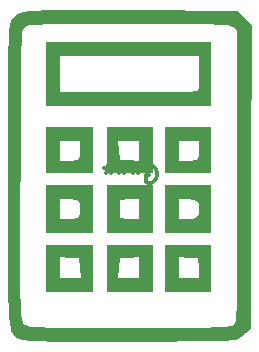
<source format=gbr>
%TF.GenerationSoftware,KiCad,Pcbnew,7.0.7*%
%TF.CreationDate,2023-10-16T17:48:26+02:00*%
%TF.ProjectId,cd4069-siren,63643430-3639-42d7-9369-72656e2e6b69,0*%
%TF.SameCoordinates,Original*%
%TF.FileFunction,Legend,Bot*%
%TF.FilePolarity,Positive*%
%FSLAX46Y46*%
G04 Gerber Fmt 4.6, Leading zero omitted, Abs format (unit mm)*
G04 Created by KiCad (PCBNEW 7.0.7) date 2023-10-16 17:48:26*
%MOMM*%
%LPD*%
G01*
G04 APERTURE LIST*
%ADD10C,0.300000*%
G04 APERTURE END LIST*
D10*
X107221427Y-67449757D02*
X107364285Y-67378328D01*
X107364285Y-67378328D02*
X107578570Y-67378328D01*
X107578570Y-67378328D02*
X107792856Y-67449757D01*
X107792856Y-67449757D02*
X107935713Y-67592614D01*
X107935713Y-67592614D02*
X108007142Y-67735471D01*
X108007142Y-67735471D02*
X108078570Y-68021185D01*
X108078570Y-68021185D02*
X108078570Y-68235471D01*
X108078570Y-68235471D02*
X108007142Y-68521185D01*
X108007142Y-68521185D02*
X107935713Y-68664042D01*
X107935713Y-68664042D02*
X107792856Y-68806900D01*
X107792856Y-68806900D02*
X107578570Y-68878328D01*
X107578570Y-68878328D02*
X107435713Y-68878328D01*
X107435713Y-68878328D02*
X107221427Y-68806900D01*
X107221427Y-68806900D02*
X107149999Y-68735471D01*
X107149999Y-68735471D02*
X107149999Y-68235471D01*
X107149999Y-68235471D02*
X107435713Y-68235471D01*
X106292856Y-67378328D02*
X106292856Y-67735471D01*
X106649999Y-67592614D02*
X106292856Y-67735471D01*
X106292856Y-67735471D02*
X105935713Y-67592614D01*
X106507142Y-68021185D02*
X106292856Y-67735471D01*
X106292856Y-67735471D02*
X106078570Y-68021185D01*
X105149999Y-67378328D02*
X105149999Y-67735471D01*
X105507142Y-67592614D02*
X105149999Y-67735471D01*
X105149999Y-67735471D02*
X104792856Y-67592614D01*
X105364285Y-68021185D02*
X105149999Y-67735471D01*
X105149999Y-67735471D02*
X104935713Y-68021185D01*
X104007142Y-67378328D02*
X104007142Y-67735471D01*
X104364285Y-67592614D02*
X104007142Y-67735471D01*
X104007142Y-67735471D02*
X103649999Y-67592614D01*
X104221428Y-68021185D02*
X104007142Y-67735471D01*
X104007142Y-67735471D02*
X103792856Y-68021185D01*
%TO.C,G\u002A\u002A\u002A*%
G36*
X112718792Y-78087248D02*
G01*
X110758389Y-78087248D01*
X108797987Y-78087248D01*
X108797987Y-76893960D01*
X109991275Y-76893960D01*
X110852965Y-76893960D01*
X111714654Y-76893960D01*
X111662696Y-76084228D01*
X111610738Y-75274496D01*
X110801007Y-75222539D01*
X109991275Y-75170581D01*
X109991275Y-76032270D01*
X109991275Y-76893960D01*
X108797987Y-76893960D01*
X108797987Y-76126845D01*
X108797987Y-74166443D01*
X110758389Y-74166443D01*
X112718792Y-74166443D01*
X112718792Y-76126845D01*
X112718792Y-76893960D01*
X112718792Y-78087248D01*
G37*
G36*
X107775168Y-76126845D02*
G01*
X107775168Y-78087248D01*
X105814765Y-78087248D01*
X103854363Y-78087248D01*
X103854363Y-76893960D01*
X104858501Y-76893960D01*
X105720190Y-76893960D01*
X106581879Y-76893960D01*
X106581879Y-76032270D01*
X106581879Y-75170581D01*
X105772148Y-75222539D01*
X104962416Y-75274496D01*
X104910459Y-76084228D01*
X104858501Y-76893960D01*
X103854363Y-76893960D01*
X103854363Y-76126845D01*
X103854363Y-74166443D01*
X105814765Y-74166443D01*
X107775168Y-74166443D01*
X107775168Y-75170581D01*
X107775168Y-76126845D01*
G37*
G36*
X107775168Y-71097986D02*
G01*
X107775168Y-73143624D01*
X105814765Y-73143624D01*
X103854363Y-73143624D01*
X103854363Y-71865100D01*
X104962416Y-71865100D01*
X105772148Y-71917058D01*
X106581879Y-71969016D01*
X106581879Y-71097986D01*
X106581879Y-70226957D01*
X105772148Y-70278915D01*
X104962416Y-70330872D01*
X104962416Y-71097986D01*
X104962416Y-71865100D01*
X103854363Y-71865100D01*
X103854363Y-71097986D01*
X103854363Y-69052349D01*
X105814765Y-69052349D01*
X107775168Y-69052349D01*
X107775168Y-70226957D01*
X107775168Y-71097986D01*
G37*
G36*
X107775168Y-66069127D02*
G01*
X107775168Y-68029530D01*
X105814765Y-68029530D01*
X103854363Y-68029530D01*
X103854363Y-66069127D01*
X103854363Y-65302013D01*
X104858501Y-65302013D01*
X104910459Y-66111745D01*
X104962416Y-66921476D01*
X105772148Y-66973434D01*
X106581879Y-67025392D01*
X106581879Y-66163702D01*
X106581879Y-65302013D01*
X105720190Y-65302013D01*
X104858501Y-65302013D01*
X103854363Y-65302013D01*
X103854363Y-64108725D01*
X105814765Y-64108725D01*
X107775168Y-64108725D01*
X107775168Y-65302013D01*
X107775168Y-66069127D01*
G37*
G36*
X102661074Y-78087248D02*
G01*
X100700671Y-78087248D01*
X98740269Y-78087248D01*
X98740269Y-76893960D01*
X99933557Y-76893960D01*
X100795247Y-76893960D01*
X101656936Y-76893960D01*
X101604978Y-76084228D01*
X101553020Y-75274496D01*
X100743289Y-75222539D01*
X99933557Y-75170581D01*
X99933557Y-76032270D01*
X99933557Y-76893960D01*
X98740269Y-76893960D01*
X98740269Y-76126845D01*
X98740269Y-74166443D01*
X100700671Y-74166443D01*
X102661074Y-74166443D01*
X102661074Y-76126845D01*
X102661074Y-76893960D01*
X102661074Y-78087248D01*
G37*
G36*
X112718792Y-73143624D02*
G01*
X110758389Y-73143624D01*
X108797987Y-73143624D01*
X108797987Y-71950335D01*
X109991275Y-71950335D01*
X110763740Y-71950335D01*
X111178350Y-71929945D01*
X111535994Y-71796755D01*
X111678052Y-71477417D01*
X111665367Y-70901127D01*
X111635546Y-70657363D01*
X111537271Y-70428386D01*
X111291249Y-70325386D01*
X110801007Y-70278915D01*
X109991275Y-70226957D01*
X109991275Y-71088646D01*
X109991275Y-71950335D01*
X108797987Y-71950335D01*
X108797987Y-71097986D01*
X108797987Y-69052349D01*
X110758389Y-69052349D01*
X112718792Y-69052349D01*
X112718792Y-71097986D01*
X112718792Y-71477417D01*
X112718792Y-73143624D01*
G37*
G36*
X112718792Y-66069127D02*
G01*
X112718792Y-68029530D01*
X110758389Y-68029530D01*
X108797987Y-68029530D01*
X108797987Y-67006711D01*
X109991275Y-67006711D01*
X110729978Y-67006711D01*
X110920686Y-67002999D01*
X111355292Y-66962939D01*
X111582327Y-66893065D01*
X111611095Y-66840166D01*
X111671795Y-66519079D01*
X111695973Y-66040716D01*
X111695973Y-65302013D01*
X110843624Y-65302013D01*
X109991275Y-65302013D01*
X109991275Y-66154362D01*
X109991275Y-67006711D01*
X108797987Y-67006711D01*
X108797987Y-66069127D01*
X108797987Y-64108725D01*
X110758389Y-64108725D01*
X112718792Y-64108725D01*
X112718792Y-65302013D01*
X112718792Y-66069127D01*
G37*
G36*
X102661074Y-73143624D02*
G01*
X100700671Y-73143624D01*
X98740269Y-73143624D01*
X98740269Y-71950335D01*
X99933557Y-71950335D01*
X100706022Y-71950335D01*
X101120632Y-71929945D01*
X101478276Y-71796755D01*
X101620334Y-71477417D01*
X101607649Y-70901127D01*
X101577828Y-70657363D01*
X101479553Y-70428386D01*
X101233531Y-70325386D01*
X100743289Y-70278915D01*
X99933557Y-70226957D01*
X99933557Y-71088646D01*
X99933557Y-71950335D01*
X98740269Y-71950335D01*
X98740269Y-71097986D01*
X98740269Y-69052349D01*
X100700671Y-69052349D01*
X102661074Y-69052349D01*
X102661074Y-71097986D01*
X102661074Y-71477417D01*
X102661074Y-73143624D01*
G37*
G36*
X102661074Y-66069127D02*
G01*
X102661074Y-68029530D01*
X100700671Y-68029530D01*
X98740269Y-68029530D01*
X98740269Y-67006711D01*
X99933557Y-67006711D01*
X100672260Y-67006711D01*
X100862967Y-67002999D01*
X101297574Y-66962939D01*
X101524609Y-66893065D01*
X101553377Y-66840166D01*
X101614077Y-66519079D01*
X101638255Y-66040716D01*
X101638255Y-65302013D01*
X100785906Y-65302013D01*
X99933557Y-65302013D01*
X99933557Y-66154362D01*
X99933557Y-67006711D01*
X98740269Y-67006711D01*
X98740269Y-66069127D01*
X98740269Y-64108725D01*
X100700671Y-64108725D01*
X102661074Y-64108725D01*
X102661074Y-65302013D01*
X102661074Y-66069127D01*
G37*
G36*
X112718792Y-59676510D02*
G01*
X112718792Y-62404027D01*
X105729530Y-62404027D01*
X98740269Y-62404027D01*
X98740269Y-61210738D01*
X99933557Y-61210738D01*
X105701119Y-61210738D01*
X106728482Y-61208926D01*
X108020622Y-61201169D01*
X109173194Y-61188022D01*
X110145924Y-61170262D01*
X110898539Y-61148669D01*
X111390764Y-61124019D01*
X111582327Y-61097092D01*
X111600265Y-61061352D01*
X111649106Y-60757367D01*
X111683174Y-60228641D01*
X111695973Y-59562863D01*
X111695973Y-58142282D01*
X105814765Y-58142282D01*
X99933557Y-58142282D01*
X99933557Y-59676510D01*
X99933557Y-61210738D01*
X98740269Y-61210738D01*
X98740269Y-59676510D01*
X98740269Y-56948993D01*
X105729530Y-56948993D01*
X112718792Y-56948993D01*
X112718792Y-58142282D01*
X112718792Y-59676510D01*
G37*
G36*
X116088744Y-68357753D02*
G01*
X116042953Y-81128353D01*
X115616779Y-81586846D01*
X115585324Y-81620107D01*
X115197386Y-81966249D01*
X114849665Y-82186360D01*
X114816465Y-82194351D01*
X114492410Y-82221603D01*
X113870546Y-82247326D01*
X112984413Y-82270961D01*
X111867553Y-82291947D01*
X110553509Y-82309722D01*
X109075821Y-82323728D01*
X107468032Y-82333404D01*
X105763682Y-82338188D01*
X105072288Y-82338922D01*
X103182972Y-82339185D01*
X101597678Y-82335910D01*
X100288622Y-82328362D01*
X99228021Y-82315807D01*
X98388090Y-82297513D01*
X97741045Y-82272745D01*
X97259102Y-82240769D01*
X96914477Y-82200853D01*
X96679386Y-82152261D01*
X96526044Y-82094262D01*
X96490315Y-82076051D01*
X96306601Y-81987093D01*
X96147100Y-81902319D01*
X96010106Y-81798721D01*
X95893914Y-81653291D01*
X95796818Y-81443020D01*
X95717113Y-81144902D01*
X95653092Y-80735927D01*
X95603052Y-80193088D01*
X95565286Y-79493377D01*
X95538088Y-78613785D01*
X95519754Y-77531305D01*
X95508578Y-76222928D01*
X95504291Y-75056611D01*
X96543279Y-75056611D01*
X96544080Y-76388930D01*
X96548823Y-77487886D01*
X96558071Y-78377322D01*
X96572386Y-79081084D01*
X96592332Y-79623015D01*
X96618473Y-80026961D01*
X96651371Y-80316767D01*
X96691591Y-80516275D01*
X96739694Y-80649333D01*
X96796245Y-80739783D01*
X96861807Y-80811471D01*
X96947486Y-80888486D01*
X97057015Y-80953419D01*
X97218766Y-81006884D01*
X97461610Y-81049994D01*
X97814420Y-81083862D01*
X98306066Y-81109603D01*
X98965422Y-81128329D01*
X99821358Y-81141153D01*
X100902747Y-81149189D01*
X102238460Y-81153551D01*
X103857368Y-81155352D01*
X105788345Y-81155704D01*
X106918231Y-81155549D01*
X108674077Y-81154100D01*
X110133653Y-81150290D01*
X111325535Y-81143115D01*
X112278299Y-81131570D01*
X113020521Y-81114649D01*
X113580780Y-81091347D01*
X113987650Y-81060660D01*
X114269708Y-81021583D01*
X114455530Y-80973110D01*
X114573693Y-80914238D01*
X114652774Y-80843959D01*
X114670792Y-80822057D01*
X114722470Y-80726083D01*
X114766995Y-80570850D01*
X114804892Y-80332885D01*
X114836686Y-79988716D01*
X114862903Y-79514868D01*
X114884067Y-78887868D01*
X114900706Y-78084243D01*
X114913343Y-77080520D01*
X114922504Y-75853225D01*
X114928715Y-74378885D01*
X114932501Y-72634027D01*
X114934388Y-70595176D01*
X114934900Y-68238861D01*
X114934900Y-55945507D01*
X114556029Y-55680136D01*
X114504385Y-55649196D01*
X114352010Y-55593146D01*
X114114034Y-55546615D01*
X113762089Y-55508751D01*
X113267803Y-55478701D01*
X112602806Y-55455613D01*
X111738727Y-55438635D01*
X110647195Y-55426913D01*
X109299841Y-55419596D01*
X107668293Y-55415831D01*
X105724182Y-55414765D01*
X103965918Y-55415830D01*
X102277465Y-55420037D01*
X100879011Y-55428147D01*
X99743536Y-55440903D01*
X98844024Y-55459050D01*
X98153457Y-55483331D01*
X97644819Y-55514491D01*
X97291092Y-55553273D01*
X97065258Y-55600422D01*
X96940300Y-55656683D01*
X96922037Y-55670503D01*
X96861324Y-55730743D01*
X96808855Y-55824678D01*
X96763920Y-55975942D01*
X96725806Y-56208170D01*
X96693804Y-56544994D01*
X96667202Y-57010050D01*
X96645290Y-57626972D01*
X96627356Y-58419393D01*
X96612689Y-59410948D01*
X96600579Y-60625270D01*
X96590315Y-62085994D01*
X96581185Y-63816755D01*
X96572478Y-65841185D01*
X96563485Y-68182919D01*
X96558888Y-69421022D01*
X96551246Y-71596501D01*
X96545855Y-73467083D01*
X96543279Y-75056611D01*
X95504291Y-75056611D01*
X95502854Y-74665646D01*
X95500877Y-72836452D01*
X95500942Y-70712337D01*
X95501342Y-68270293D01*
X95501411Y-66761766D01*
X95502076Y-64564366D01*
X95503944Y-62670035D01*
X95507609Y-61055304D01*
X95513665Y-59696704D01*
X95522707Y-58570765D01*
X95535329Y-57654018D01*
X95552125Y-56922994D01*
X95573691Y-56354224D01*
X95600619Y-55924239D01*
X95633504Y-55609568D01*
X95672941Y-55386744D01*
X95719524Y-55232296D01*
X95773847Y-55122756D01*
X95836504Y-55034654D01*
X95962150Y-54879841D01*
X96111757Y-54727048D01*
X96293287Y-54599747D01*
X96534833Y-54495806D01*
X96864487Y-54413091D01*
X97310340Y-54349471D01*
X97900484Y-54302811D01*
X98663010Y-54270980D01*
X99626011Y-54251844D01*
X100817579Y-54243270D01*
X102265805Y-54243126D01*
X103998780Y-54249278D01*
X106044598Y-54259594D01*
X114961286Y-54306711D01*
X115547910Y-54946932D01*
X116134535Y-55587153D01*
X116089170Y-68238861D01*
X116088744Y-68357753D01*
G37*
%TD*%
M02*

</source>
